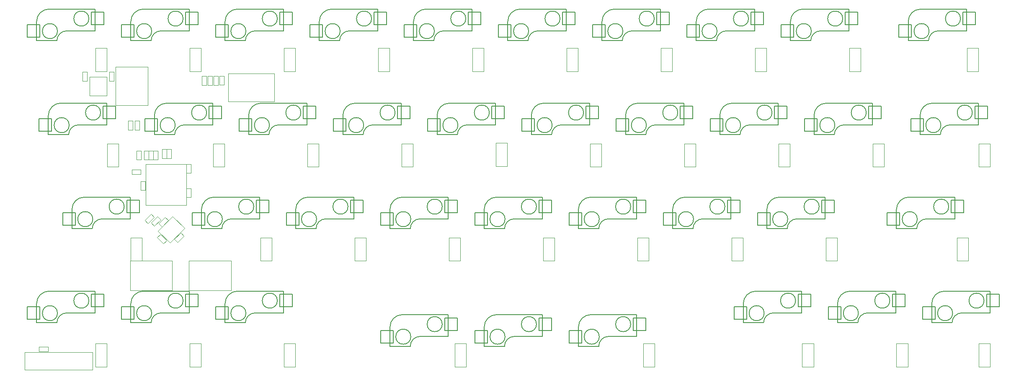
<source format=gbr>
%TF.GenerationSoftware,KiCad,Pcbnew,7.0.6*%
%TF.CreationDate,2023-07-18T22:48:20-04:00*%
%TF.ProjectId,cutiepie2040-standard-stagger,63757469-6570-4696-9532-3034302d7374,rev?*%
%TF.SameCoordinates,PX2d6b3a0PY7aa1830*%
%TF.FileFunction,Other,User*%
%FSLAX46Y46*%
G04 Gerber Fmt 4.6, Leading zero omitted, Abs format (unit mm)*
G04 Created by KiCad (PCBNEW 7.0.6) date 2023-07-18 22:48:20*
%MOMM*%
%LPD*%
G01*
G04 APERTURE LIST*
%ADD10C,0.150000*%
%ADD11C,0.127000*%
%ADD12C,0.050000*%
G04 APERTURE END LIST*
D10*
%TO.C,MX6*%
X31051380Y54927794D02*
G75*
G03*
X31051380Y54927794I-1524000J0D01*
G01*
X37401380Y57467794D02*
G75*
G03*
X37401380Y57467794I-1524000J0D01*
G01*
D11*
X29337380Y59387794D02*
G75*
G03*
X26837380Y56887794I0J-2500000D01*
G01*
X32937380Y54987794D02*
G75*
G03*
X30937380Y52987794I-1J-1999999D01*
G01*
D10*
X24955380Y56197794D02*
X24955380Y53657794D01*
X24955380Y53657794D02*
X27495380Y53657794D01*
D11*
X26837380Y56887794D02*
X26837380Y52987794D01*
X26837380Y52987794D02*
X30937380Y52987794D01*
D10*
X27495380Y56197794D02*
X24955380Y56197794D01*
X27495380Y53657794D02*
X27495380Y56197794D01*
D11*
X32937380Y54987794D02*
X38637380Y54987794D01*
D10*
X37909380Y58737794D02*
X40449380Y58737794D01*
X37909380Y56197794D02*
X37909380Y58737794D01*
D11*
X38637380Y59387794D02*
X29337380Y59387794D01*
X38637380Y59387794D02*
X38637380Y54987794D01*
D10*
X40449380Y58737794D02*
X40449380Y56197794D01*
X40449380Y56197794D02*
X37909380Y56197794D01*
D12*
%TO.C,D21*%
X117235955Y46465862D02*
X114935955Y46465862D01*
X117235955Y46465862D02*
X117235955Y51165862D01*
X114935955Y51165862D02*
X114935955Y46465862D01*
X117235955Y51165862D02*
X114935955Y51165862D01*
%TO.C,D24*%
X131523467Y65813453D02*
X129223467Y65813453D01*
X131523467Y65813453D02*
X131523467Y70513453D01*
X129223467Y70513453D02*
X129223467Y65813453D01*
X131523467Y70513453D02*
X129223467Y70513453D01*
D10*
%TO.C,MX31*%
X169036880Y75247794D02*
X166496880Y75247794D01*
X169036880Y77787794D02*
X169036880Y75247794D01*
D11*
X167224880Y78437794D02*
X167224880Y74037794D01*
X167224880Y78437794D02*
X157924880Y78437794D01*
D10*
X166496880Y75247794D02*
X166496880Y77787794D01*
X166496880Y77787794D02*
X169036880Y77787794D01*
D11*
X161524880Y74037794D02*
X167224880Y74037794D01*
D10*
X156082880Y72707794D02*
X156082880Y75247794D01*
X156082880Y75247794D02*
X153542880Y75247794D01*
D11*
X155424880Y72037794D02*
X159524880Y72037794D01*
X155424880Y75937794D02*
X155424880Y72037794D01*
D10*
X153542880Y72707794D02*
X156082880Y72707794D01*
X153542880Y75247794D02*
X153542880Y72707794D01*
D11*
X161524880Y74037794D02*
G75*
G03*
X159524880Y72037794I-1J-1999999D01*
G01*
X157924880Y78437794D02*
G75*
G03*
X155424880Y75937794I0J-2500000D01*
G01*
D10*
X165988880Y76517794D02*
G75*
G03*
X165988880Y76517794I-1524000J0D01*
G01*
X159638880Y73977794D02*
G75*
G03*
X159638880Y73977794I-1524000J0D01*
G01*
%TO.C,MX33*%
X190468130Y37147584D02*
X187928130Y37147584D01*
X190468130Y39687584D02*
X190468130Y37147584D01*
D11*
X188656130Y40337584D02*
X188656130Y35937584D01*
X188656130Y40337584D02*
X179356130Y40337584D01*
D10*
X187928130Y37147584D02*
X187928130Y39687584D01*
X187928130Y39687584D02*
X190468130Y39687584D01*
D11*
X182956130Y35937584D02*
X188656130Y35937584D01*
D10*
X177514130Y34607584D02*
X174974130Y34607584D01*
X177514130Y37147584D02*
X177514130Y34607584D01*
D11*
X176856130Y33937584D02*
X180956130Y33937584D01*
X176856130Y37837584D02*
X176856130Y33937584D01*
D10*
X174974130Y34607584D02*
X174974130Y37147584D01*
X174974130Y37147584D02*
X177514130Y37147584D01*
D11*
X182956130Y35937584D02*
G75*
G03*
X180956130Y33937584I-1J-1999999D01*
G01*
X179356130Y40337584D02*
G75*
G03*
X176856130Y37837584I0J-2500000D01*
G01*
D10*
X187420130Y38417584D02*
G75*
G03*
X187420130Y38417584I-1524000J0D01*
G01*
X181070130Y35877584D02*
G75*
G03*
X181070130Y35877584I-1524000J0D01*
G01*
D12*
%TO.C,D22*%
X126780802Y27415846D02*
X124480802Y27415846D01*
X126780802Y27415846D02*
X126780802Y32115846D01*
X124480802Y32115846D02*
X124480802Y27415846D01*
X126780802Y32115846D02*
X124480802Y32115846D01*
%TO.C,R_Flash2*%
X39760726Y64872768D02*
X38820726Y64872768D01*
X38820726Y64872768D02*
X38820726Y63012768D01*
X39760726Y63012768D02*
X39760726Y64872768D01*
X38820726Y63012768D02*
X39760726Y63012768D01*
%TO.C,R_RST1*%
X3481172Y9995224D02*
X3481172Y9055224D01*
X3481172Y9055224D02*
X5341172Y9055224D01*
X5341172Y9995224D02*
X3481172Y9995224D01*
X5341172Y9055224D02*
X5341172Y9995224D01*
%TO.C,C_1V-Decoup1*%
X26627038Y47905480D02*
X27547038Y47905480D01*
X27547038Y47905480D02*
X27547038Y49725480D01*
X26627038Y49725480D02*
X26627038Y47905480D01*
X27547038Y49725480D02*
X26627038Y49725480D01*
%TO.C,D13*%
X74373622Y65813453D02*
X72073622Y65813453D01*
X74373622Y65813453D02*
X74373622Y70513453D01*
X72073622Y70513453D02*
X72073622Y65813453D01*
X74373622Y70513453D02*
X72073622Y70513453D01*
%TO.C,C_LD1*%
X17697077Y63875627D02*
X18617077Y63875627D01*
X18617077Y63875627D02*
X18617077Y65695627D01*
X17697077Y65695627D02*
X17697077Y63875627D01*
X18617077Y65695627D02*
X17697077Y65695627D01*
%TO.C,D34*%
X179148507Y5984578D02*
X176848507Y5984578D01*
X179148507Y5984578D02*
X179148507Y10684578D01*
X176848507Y10684578D02*
X176848507Y5984578D01*
X179148507Y10684578D02*
X176848507Y10684578D01*
D10*
%TO.C,MX4*%
X16636880Y18097794D02*
X14096880Y18097794D01*
X16636880Y20637794D02*
X16636880Y18097794D01*
D11*
X14824880Y21287794D02*
X14824880Y16887794D01*
X14824880Y21287794D02*
X5524880Y21287794D01*
D10*
X14096880Y18097794D02*
X14096880Y20637794D01*
X14096880Y20637794D02*
X16636880Y20637794D01*
D11*
X9124880Y16887794D02*
X14824880Y16887794D01*
D10*
X3682880Y15557794D02*
X3682880Y18097794D01*
X3682880Y18097794D02*
X1142880Y18097794D01*
D11*
X3024880Y14887794D02*
X7124880Y14887794D01*
X3024880Y18787794D02*
X3024880Y14887794D01*
D10*
X1142880Y15557794D02*
X3682880Y15557794D01*
X1142880Y18097794D02*
X1142880Y15557794D01*
D11*
X9124880Y16887794D02*
G75*
G03*
X7124880Y14887794I-1J-1999999D01*
G01*
X5524880Y21287794D02*
G75*
G03*
X3024880Y18787794I0J-2500000D01*
G01*
D10*
X13588880Y19367794D02*
G75*
G03*
X13588880Y19367794I-1524000J0D01*
G01*
X7238880Y16827794D02*
G75*
G03*
X7238880Y16827794I-1524000J0D01*
G01*
%TO.C,MX14*%
X78549380Y56197794D02*
X76009380Y56197794D01*
X78549380Y58737794D02*
X78549380Y56197794D01*
D11*
X76737380Y59387794D02*
X76737380Y54987794D01*
X76737380Y59387794D02*
X67437380Y59387794D01*
D10*
X76009380Y56197794D02*
X76009380Y58737794D01*
X76009380Y58737794D02*
X78549380Y58737794D01*
D11*
X71037380Y54987794D02*
X76737380Y54987794D01*
D10*
X65595380Y53657794D02*
X65595380Y56197794D01*
X65595380Y56197794D02*
X63055380Y56197794D01*
D11*
X64937380Y52987794D02*
X69037380Y52987794D01*
X64937380Y56887794D02*
X64937380Y52987794D01*
D10*
X63055380Y53657794D02*
X65595380Y53657794D01*
X63055380Y56197794D02*
X63055380Y53657794D01*
D11*
X71037380Y54987794D02*
G75*
G03*
X69037380Y52987794I-1J-1999999D01*
G01*
X67437380Y59387794D02*
G75*
G03*
X64937380Y56887794I0J-2500000D01*
G01*
D10*
X75501380Y57467794D02*
G75*
G03*
X75501380Y57467794I-1524000J0D01*
G01*
X69151380Y54927794D02*
G75*
G03*
X69151380Y54927794I-1524000J0D01*
G01*
%TO.C,MX10*%
X50101380Y54927794D02*
G75*
G03*
X50101380Y54927794I-1524000J0D01*
G01*
X56451380Y57467794D02*
G75*
G03*
X56451380Y57467794I-1524000J0D01*
G01*
D11*
X48387380Y59387794D02*
G75*
G03*
X45887380Y56887794I0J-2500000D01*
G01*
X51987380Y54987794D02*
G75*
G03*
X49987380Y52987794I-1J-1999999D01*
G01*
D10*
X44005380Y56197794D02*
X44005380Y53657794D01*
X44005380Y53657794D02*
X46545380Y53657794D01*
D11*
X45887380Y56887794D02*
X45887380Y52987794D01*
X45887380Y52987794D02*
X49987380Y52987794D01*
D10*
X46545380Y56197794D02*
X44005380Y56197794D01*
X46545380Y53657794D02*
X46545380Y56197794D01*
D11*
X51987380Y54987794D02*
X57687380Y54987794D01*
D10*
X56959380Y58737794D02*
X59499380Y58737794D01*
X56959380Y56197794D02*
X56959380Y58737794D01*
D11*
X57687380Y59387794D02*
X48387380Y59387794D01*
X57687380Y59387794D02*
X57687380Y54987794D01*
D10*
X59499380Y58737794D02*
X59499380Y56197794D01*
X59499380Y56197794D02*
X56959380Y56197794D01*
D12*
%TO.C,D23*%
X127951589Y5984578D02*
X125651589Y5984578D01*
X127951589Y5984578D02*
X127951589Y10684578D01*
X125651589Y10684578D02*
X125651589Y5984578D01*
X127951589Y10684578D02*
X125651589Y10684578D01*
%TO.C,C_3V-Decoup8*%
X26159680Y35144896D02*
X26810218Y34494358D01*
X26810218Y34494358D02*
X28097152Y35781292D01*
X27446614Y36431830D02*
X26159680Y35144896D01*
X28097152Y35781292D02*
X27446614Y36431830D01*
%TO.C,C_1V-Decoup2*%
X29305960Y48203138D02*
X30225960Y48203138D01*
X30225960Y48203138D02*
X30225960Y50023138D01*
X29305960Y50023138D02*
X29305960Y48203138D01*
X30225960Y50023138D02*
X29305960Y50023138D01*
D10*
%TO.C,MX13*%
X73786880Y75247794D02*
X71246880Y75247794D01*
X73786880Y77787794D02*
X73786880Y75247794D01*
D11*
X71974880Y78437794D02*
X71974880Y74037794D01*
X71974880Y78437794D02*
X62674880Y78437794D01*
D10*
X71246880Y75247794D02*
X71246880Y77787794D01*
X71246880Y77787794D02*
X73786880Y77787794D01*
D11*
X66274880Y74037794D02*
X71974880Y74037794D01*
D10*
X60832880Y72707794D02*
X60832880Y75247794D01*
X60832880Y75247794D02*
X58292880Y75247794D01*
D11*
X60174880Y72037794D02*
X64274880Y72037794D01*
X60174880Y75937794D02*
X60174880Y72037794D01*
D10*
X58292880Y72707794D02*
X60832880Y72707794D01*
X58292880Y75247794D02*
X58292880Y72707794D01*
D11*
X66274880Y74037794D02*
G75*
G03*
X64274880Y72037794I-1J-1999999D01*
G01*
X62674880Y78437794D02*
G75*
G03*
X60174880Y75937794I0J-2500000D01*
G01*
D10*
X70738880Y76517794D02*
G75*
G03*
X70738880Y76517794I-1524000J0D01*
G01*
X64388880Y73977794D02*
G75*
G03*
X64388880Y73977794I-1524000J0D01*
G01*
D12*
%TO.C,D17*%
X98185939Y46601801D02*
X95885939Y46601801D01*
X98185939Y46601801D02*
X98185939Y51301801D01*
X95885939Y51301801D02*
X95885939Y46601801D01*
X98185939Y51301801D02*
X95885939Y51301801D01*
%TO.C,D30*%
X160098491Y5984578D02*
X157798491Y5984578D01*
X160098491Y5984578D02*
X160098491Y10684578D01*
X157798491Y10684578D02*
X157798491Y5984578D01*
X160098491Y10684578D02*
X157798491Y10684578D01*
%TO.C,D9*%
X55323574Y65813453D02*
X53023574Y65813453D01*
X55323574Y65813453D02*
X55323574Y70513453D01*
X53023574Y70513453D02*
X53023574Y65813453D01*
X55323574Y70513453D02*
X53023574Y70513453D01*
D10*
%TO.C,MX24*%
X130936880Y75247794D02*
X128396880Y75247794D01*
X130936880Y77787794D02*
X130936880Y75247794D01*
D11*
X129124880Y78437794D02*
X129124880Y74037794D01*
X129124880Y78437794D02*
X119824880Y78437794D01*
D10*
X128396880Y75247794D02*
X128396880Y77787794D01*
X128396880Y77787794D02*
X130936880Y77787794D01*
D11*
X123424880Y74037794D02*
X129124880Y74037794D01*
D10*
X117982880Y72707794D02*
X117982880Y75247794D01*
X117982880Y75247794D02*
X115442880Y75247794D01*
D11*
X117324880Y72037794D02*
X121424880Y72037794D01*
X117324880Y75937794D02*
X117324880Y72037794D01*
D10*
X115442880Y72707794D02*
X117982880Y72707794D01*
X115442880Y75247794D02*
X115442880Y72707794D01*
D11*
X123424880Y74037794D02*
G75*
G03*
X121424880Y72037794I-1J-1999999D01*
G01*
X119824880Y78437794D02*
G75*
G03*
X117324880Y75937794I0J-2500000D01*
G01*
D10*
X127888880Y76517794D02*
G75*
G03*
X127888880Y76517794I-1524000J0D01*
G01*
X121538880Y73977794D02*
G75*
G03*
X121538880Y73977794I-1524000J0D01*
G01*
D12*
%TO.C,D25*%
X136285971Y46465862D02*
X133985971Y46465862D01*
X136285971Y46465862D02*
X136285971Y51165862D01*
X133985971Y51165862D02*
X133985971Y46465862D01*
X136285971Y51165862D02*
X133985971Y51165862D01*
%TO.C,R_DATA2*%
X22496501Y55847469D02*
X21556501Y55847469D01*
X21556501Y55847469D02*
X21556501Y53987469D01*
X22496501Y53987469D02*
X22496501Y55847469D01*
X21556501Y53987469D02*
X22496501Y53987469D01*
D10*
%TO.C,MX22*%
X126174380Y37147744D02*
X123634380Y37147744D01*
X126174380Y39687744D02*
X126174380Y37147744D01*
D11*
X124362380Y40337744D02*
X124362380Y35937744D01*
X124362380Y40337744D02*
X115062380Y40337744D01*
D10*
X123634380Y37147744D02*
X123634380Y39687744D01*
X123634380Y39687744D02*
X126174380Y39687744D01*
D11*
X118662380Y35937744D02*
X124362380Y35937744D01*
D10*
X113220380Y34607744D02*
X113220380Y37147744D01*
X113220380Y37147744D02*
X110680380Y37147744D01*
D11*
X112562380Y33937744D02*
X116662380Y33937744D01*
X112562380Y37837744D02*
X112562380Y33937744D01*
D10*
X110680380Y34607744D02*
X113220380Y34607744D01*
X110680380Y37147744D02*
X110680380Y34607744D01*
D11*
X118662380Y35937744D02*
G75*
G03*
X116662380Y33937744I-1J-1999999D01*
G01*
X115062380Y40337744D02*
G75*
G03*
X112562380Y37837744I0J-2500000D01*
G01*
D10*
X123126380Y38417744D02*
G75*
G03*
X123126380Y38417744I-1524000J0D01*
G01*
X116776380Y35877744D02*
G75*
G03*
X116776380Y35877744I-1524000J0D01*
G01*
D12*
%TO.C,D31*%
X169623499Y65813453D02*
X167323499Y65813453D01*
X169623499Y65813453D02*
X169623499Y70513453D01*
X167323499Y70513453D02*
X167323499Y65813453D01*
X169623499Y70513453D02*
X167323499Y70513453D01*
D10*
%TO.C,MX16*%
X92836880Y75247794D02*
X90296880Y75247794D01*
X92836880Y77787794D02*
X92836880Y75247794D01*
D11*
X91024880Y78437794D02*
X91024880Y74037794D01*
X91024880Y78437794D02*
X81724880Y78437794D01*
D10*
X90296880Y75247794D02*
X90296880Y77787794D01*
X90296880Y77787794D02*
X92836880Y77787794D01*
D11*
X85324880Y74037794D02*
X91024880Y74037794D01*
D10*
X79882880Y72707794D02*
X79882880Y75247794D01*
X79882880Y75247794D02*
X77342880Y75247794D01*
D11*
X79224880Y72037794D02*
X83324880Y72037794D01*
X79224880Y75937794D02*
X79224880Y72037794D01*
D10*
X77342880Y72707794D02*
X79882880Y72707794D01*
X77342880Y75247794D02*
X77342880Y72707794D01*
D11*
X85324880Y74037794D02*
G75*
G03*
X83324880Y72037794I-1J-1999999D01*
G01*
X81724880Y78437794D02*
G75*
G03*
X79224880Y75937794I0J-2500000D01*
G01*
D10*
X89788880Y76517794D02*
G75*
G03*
X89788880Y76517794I-1524000J0D01*
G01*
X83438880Y73977794D02*
G75*
G03*
X83438880Y73977794I-1524000J0D01*
G01*
D12*
%TO.C,J2*%
X14331172Y8943972D02*
X14331172Y5343972D01*
X581172Y8943972D02*
X14331172Y8943972D01*
X14331172Y5343972D02*
X581172Y5343972D01*
X581172Y5343972D02*
X581172Y8943972D01*
D10*
%TO.C,MX18*%
X107124380Y37147794D02*
X104584380Y37147794D01*
X107124380Y39687794D02*
X107124380Y37147794D01*
D11*
X105312380Y40337794D02*
X105312380Y35937794D01*
X105312380Y40337794D02*
X96012380Y40337794D01*
D10*
X104584380Y37147794D02*
X104584380Y39687794D01*
X104584380Y39687794D02*
X107124380Y39687794D01*
D11*
X99612380Y35937794D02*
X105312380Y35937794D01*
D10*
X94170380Y34607794D02*
X94170380Y37147794D01*
X94170380Y37147794D02*
X91630380Y37147794D01*
D11*
X93512380Y33937794D02*
X97612380Y33937794D01*
X93512380Y37837794D02*
X93512380Y33937794D01*
D10*
X91630380Y34607794D02*
X94170380Y34607794D01*
X91630380Y37147794D02*
X91630380Y34607794D01*
D11*
X99612380Y35937794D02*
G75*
G03*
X97612380Y33937794I-1J-1999999D01*
G01*
X96012380Y40337794D02*
G75*
G03*
X93512380Y37837794I0J-2500000D01*
G01*
D10*
X104076380Y38417794D02*
G75*
G03*
X104076380Y38417794I-1524000J0D01*
G01*
X97726380Y35877794D02*
G75*
G03*
X97726380Y35877794I-1524000J0D01*
G01*
D12*
%TO.C,D35*%
X193436019Y65813453D02*
X191136019Y65813453D01*
X193436019Y65813453D02*
X193436019Y70513453D01*
X191136019Y70513453D02*
X191136019Y65813453D01*
X193436019Y70513453D02*
X191136019Y70513453D01*
%TO.C,D16*%
X93423670Y65813453D02*
X91123670Y65813453D01*
X93423670Y65813453D02*
X93423670Y70513453D01*
X91123670Y70513453D02*
X91123670Y65813453D01*
X93423670Y70513453D02*
X91123670Y70513453D01*
%TO.C,SW2*%
X21943816Y27407874D02*
X21943816Y21407874D01*
X21943816Y21407874D02*
X30443816Y21407874D01*
X30443816Y27407874D02*
X21943816Y27407874D01*
X30443816Y21407874D02*
X30443816Y27407874D01*
%TO.C,D19*%
X89851557Y5984578D02*
X87551557Y5984578D01*
X89851557Y5984578D02*
X89851557Y10684578D01*
X87551557Y10684578D02*
X87551557Y5984578D01*
X89851557Y10684578D02*
X87551557Y10684578D01*
D10*
%TO.C,MX15*%
X88074380Y37147744D02*
X85534380Y37147744D01*
X88074380Y39687744D02*
X88074380Y37147744D01*
D11*
X86262380Y40337744D02*
X86262380Y35937744D01*
X86262380Y40337744D02*
X76962380Y40337744D01*
D10*
X85534380Y37147744D02*
X85534380Y39687744D01*
X85534380Y39687744D02*
X88074380Y39687744D01*
D11*
X80562380Y35937744D02*
X86262380Y35937744D01*
D10*
X75120380Y34607744D02*
X75120380Y37147744D01*
X75120380Y37147744D02*
X72580380Y37147744D01*
D11*
X74462380Y33937744D02*
X78562380Y33937744D01*
X74462380Y37837744D02*
X74462380Y33937744D01*
D10*
X72580380Y34607744D02*
X75120380Y34607744D01*
X72580380Y37147744D02*
X72580380Y34607744D01*
D11*
X80562380Y35937744D02*
G75*
G03*
X78562380Y33937744I-1J-1999999D01*
G01*
X76962380Y40337744D02*
G75*
G03*
X74462380Y37837744I0J-2500000D01*
G01*
D10*
X85026380Y38417744D02*
G75*
G03*
X85026380Y38417744I-1524000J0D01*
G01*
X78676380Y35877744D02*
G75*
G03*
X78676380Y35877744I-1524000J0D01*
G01*
D12*
%TO.C,D27*%
X150573483Y65813453D02*
X148273483Y65813453D01*
X150573483Y65813453D02*
X150573483Y70513453D01*
X148273483Y70513453D02*
X148273483Y65813453D01*
X150573483Y70513453D02*
X148273483Y70513453D01*
D10*
%TO.C,MX32*%
X173799380Y56197794D02*
X171259380Y56197794D01*
X173799380Y58737794D02*
X173799380Y56197794D01*
D11*
X171987380Y59387794D02*
X171987380Y54987794D01*
X171987380Y59387794D02*
X162687380Y59387794D01*
D10*
X171259380Y56197794D02*
X171259380Y58737794D01*
X171259380Y58737794D02*
X173799380Y58737794D01*
D11*
X166287380Y54987794D02*
X171987380Y54987794D01*
D10*
X160845380Y53657794D02*
X160845380Y56197794D01*
X160845380Y56197794D02*
X158305380Y56197794D01*
D11*
X160187380Y52987794D02*
X164287380Y52987794D01*
X160187380Y56887794D02*
X160187380Y52987794D01*
D10*
X158305380Y53657794D02*
X160845380Y53657794D01*
X158305380Y56197794D02*
X158305380Y53657794D01*
D11*
X166287380Y54987794D02*
G75*
G03*
X164287380Y52987794I-1J-1999999D01*
G01*
X162687380Y59387794D02*
G75*
G03*
X160187380Y56887794I0J-2500000D01*
G01*
D10*
X170751380Y57467794D02*
G75*
G03*
X170751380Y57467794I-1524000J0D01*
G01*
X164401380Y54927794D02*
G75*
G03*
X164401380Y54927794I-1524000J0D01*
G01*
D12*
%TO.C,C_1V-Decoup3*%
X26823017Y36293096D02*
X26172479Y36943634D01*
X26172479Y36943634D02*
X24885545Y35656700D01*
X25536083Y35006162D02*
X26823017Y36293096D01*
X24885545Y35656700D02*
X25536083Y35006162D01*
%TO.C,D2*%
X19604623Y46465862D02*
X17304623Y46465862D01*
X19604623Y46465862D02*
X19604623Y51165862D01*
X17304623Y51165862D02*
X17304623Y46465862D01*
X19604623Y51165862D02*
X17304623Y51165862D01*
%TO.C,Y1*%
X27560030Y33466376D02*
X30529879Y36436225D01*
X29964193Y31062213D02*
X27560030Y33466376D01*
X30529879Y36436225D02*
X32934042Y34032062D01*
X32934042Y34032062D02*
X29964193Y31062213D01*
%TO.C,D18*%
X107730786Y27415846D02*
X105430786Y27415846D01*
X107730786Y27415846D02*
X107730786Y32115846D01*
X105430786Y32115846D02*
X105430786Y27415846D01*
X107730786Y32115846D02*
X105430786Y32115846D01*
%TO.C,D33*%
X191352823Y27415700D02*
X189052823Y27415700D01*
X191352823Y27415700D02*
X191352823Y32115700D01*
X189052823Y32115700D02*
X189052823Y27415700D01*
X191352823Y32115700D02*
X189052823Y32115700D01*
D10*
%TO.C,MX1*%
X16636880Y75247794D02*
X14096880Y75247794D01*
X16636880Y77787794D02*
X16636880Y75247794D01*
D11*
X14824880Y78437794D02*
X14824880Y74037794D01*
X14824880Y78437794D02*
X5524880Y78437794D01*
D10*
X14096880Y75247794D02*
X14096880Y77787794D01*
X14096880Y77787794D02*
X16636880Y77787794D01*
D11*
X9124880Y74037794D02*
X14824880Y74037794D01*
D10*
X3682880Y72707794D02*
X3682880Y75247794D01*
X3682880Y75247794D02*
X1142880Y75247794D01*
D11*
X3024880Y72037794D02*
X7124880Y72037794D01*
X3024880Y75937794D02*
X3024880Y72037794D01*
D10*
X1142880Y72707794D02*
X3682880Y72707794D01*
X1142880Y75247794D02*
X1142880Y72707794D01*
D11*
X9124880Y74037794D02*
G75*
G03*
X7124880Y72037794I-1J-1999999D01*
G01*
X5524880Y78437794D02*
G75*
G03*
X3024880Y75937794I0J-2500000D01*
G01*
D10*
X13588880Y76517794D02*
G75*
G03*
X13588880Y76517794I-1524000J0D01*
G01*
X7238880Y73977794D02*
G75*
G03*
X7238880Y73977794I-1524000J0D01*
G01*
D12*
%TO.C,D37*%
X195817271Y5984578D02*
X193517271Y5984578D01*
X195817271Y5984578D02*
X195817271Y10684578D01*
X193517271Y10684578D02*
X193517271Y5984578D01*
X195817271Y10684578D02*
X193517271Y10684578D01*
%TO.C,C_3V-Decoup6*%
X33324343Y45226558D02*
X34244343Y45226558D01*
X34244343Y45226558D02*
X34244343Y47046558D01*
X33324343Y47046558D02*
X33324343Y45226558D01*
X34244343Y47046558D02*
X33324343Y47046558D01*
%TO.C,SW1*%
X33850096Y27407874D02*
X33850096Y21407874D01*
X33850096Y21407874D02*
X42350096Y21407874D01*
X42350096Y27407874D02*
X33850096Y27407874D01*
X42350096Y21407874D02*
X42350096Y27407874D01*
D10*
%TO.C,MX17*%
X97599380Y56197794D02*
X95059380Y56197794D01*
X97599380Y58737794D02*
X97599380Y56197794D01*
D11*
X95787380Y59387794D02*
X95787380Y54987794D01*
X95787380Y59387794D02*
X86487380Y59387794D01*
D10*
X95059380Y56197794D02*
X95059380Y58737794D01*
X95059380Y58737794D02*
X97599380Y58737794D01*
D11*
X90087380Y54987794D02*
X95787380Y54987794D01*
D10*
X84645380Y53657794D02*
X84645380Y56197794D01*
X84645380Y56197794D02*
X82105380Y56197794D01*
D11*
X83987380Y52987794D02*
X88087380Y52987794D01*
X83987380Y56887794D02*
X83987380Y52987794D01*
D10*
X82105380Y53657794D02*
X84645380Y53657794D01*
X82105380Y56197794D02*
X82105380Y53657794D01*
D11*
X90087380Y54987794D02*
G75*
G03*
X88087380Y52987794I-1J-1999999D01*
G01*
X86487380Y59387794D02*
G75*
G03*
X83987380Y56887794I0J-2500000D01*
G01*
D10*
X94551380Y57467794D02*
G75*
G03*
X94551380Y57467794I-1524000J0D01*
G01*
X88201380Y54927794D02*
G75*
G03*
X88201380Y54927794I-1524000J0D01*
G01*
D12*
%TO.C,D10*%
X60085907Y46465862D02*
X57785907Y46465862D01*
X60085907Y46465862D02*
X60085907Y51165862D01*
X57785907Y51165862D02*
X57785907Y46465862D01*
X60085907Y51165862D02*
X57785907Y51165862D01*
D10*
%TO.C,MX7*%
X49974380Y37147794D02*
X47434380Y37147794D01*
X49974380Y39687794D02*
X49974380Y37147794D01*
D11*
X48162380Y40337794D02*
X48162380Y35937794D01*
X48162380Y40337794D02*
X38862380Y40337794D01*
D10*
X47434380Y37147794D02*
X47434380Y39687794D01*
X47434380Y39687794D02*
X49974380Y39687794D01*
D11*
X42462380Y35937794D02*
X48162380Y35937794D01*
D10*
X37020380Y34607794D02*
X37020380Y37147794D01*
X37020380Y37147794D02*
X34480380Y37147794D01*
D11*
X36362380Y33937794D02*
X40462380Y33937794D01*
X36362380Y37837794D02*
X36362380Y33937794D01*
D10*
X34480380Y34607794D02*
X37020380Y34607794D01*
X34480380Y37147794D02*
X34480380Y34607794D01*
D11*
X42462380Y35937794D02*
G75*
G03*
X40462380Y33937794I-1J-1999999D01*
G01*
X38862380Y40337794D02*
G75*
G03*
X36362380Y37837794I0J-2500000D01*
G01*
D10*
X46926380Y38417794D02*
G75*
G03*
X46926380Y38417794I-1524000J0D01*
G01*
X40576380Y35877794D02*
G75*
G03*
X40576380Y35877794I-1524000J0D01*
G01*
D12*
%TO.C,D4*%
X17223371Y5984578D02*
X14923371Y5984578D01*
X17223371Y5984578D02*
X17223371Y10684578D01*
X14923371Y10684578D02*
X14923371Y5984578D01*
X17223371Y10684578D02*
X14923371Y10684578D01*
D10*
%TO.C,MX35*%
X192849380Y75247794D02*
X190309380Y75247794D01*
X192849380Y77787794D02*
X192849380Y75247794D01*
D11*
X191037380Y78437794D02*
X191037380Y74037794D01*
X191037380Y78437794D02*
X181737380Y78437794D01*
D10*
X190309380Y75247794D02*
X190309380Y77787794D01*
X190309380Y77787794D02*
X192849380Y77787794D01*
D11*
X185337380Y74037794D02*
X191037380Y74037794D01*
D10*
X179895380Y72707794D02*
X177355380Y72707794D01*
X179895380Y75247794D02*
X179895380Y72707794D01*
D11*
X179237380Y72037794D02*
X183337380Y72037794D01*
X179237380Y75937794D02*
X179237380Y72037794D01*
D10*
X177355380Y72707794D02*
X177355380Y75247794D01*
X177355380Y75247794D02*
X179895380Y75247794D01*
D11*
X185337380Y74037794D02*
G75*
G03*
X183337380Y72037794I-1J-1999999D01*
G01*
X181737380Y78437794D02*
G75*
G03*
X179237380Y75937794I0J-2500000D01*
G01*
D10*
X189801380Y76517794D02*
G75*
G03*
X189801380Y76517794I-1524000J0D01*
G01*
X183451380Y73977794D02*
G75*
G03*
X183451380Y73977794I-1524000J0D01*
G01*
D12*
%TO.C,R_Crystal1*%
X27702220Y34978817D02*
X28366900Y34314137D01*
X28366900Y34314137D02*
X29682118Y35629355D01*
X29017438Y36294035D02*
X27702220Y34978817D01*
X29682118Y35629355D02*
X29017438Y36294035D01*
%TO.C,C_3V-Decoup5*%
X24093971Y45002608D02*
X24093971Y45922608D01*
X24093971Y45922608D02*
X22273971Y45922608D01*
X22273971Y45002608D02*
X24093971Y45002608D01*
X22273971Y45922608D02*
X22273971Y45002608D01*
D10*
%TO.C,MX26*%
X145224380Y37147794D02*
X142684380Y37147794D01*
X145224380Y39687794D02*
X145224380Y37147794D01*
D11*
X143412380Y40337794D02*
X143412380Y35937794D01*
X143412380Y40337794D02*
X134112380Y40337794D01*
D10*
X142684380Y37147794D02*
X142684380Y39687794D01*
X142684380Y39687794D02*
X145224380Y39687794D01*
D11*
X137712380Y35937794D02*
X143412380Y35937794D01*
D10*
X132270380Y34607794D02*
X132270380Y37147794D01*
X132270380Y37147794D02*
X129730380Y37147794D01*
D11*
X131612380Y33937794D02*
X135712380Y33937794D01*
X131612380Y37837794D02*
X131612380Y33937794D01*
D10*
X129730380Y34607794D02*
X132270380Y34607794D01*
X129730380Y37147794D02*
X129730380Y34607794D01*
D11*
X137712380Y35937794D02*
G75*
G03*
X135712380Y33937794I-1J-1999999D01*
G01*
X134112380Y40337794D02*
G75*
G03*
X131612380Y37837794I0J-2500000D01*
G01*
D10*
X142176380Y38417794D02*
G75*
G03*
X142176380Y38417794I-1524000J0D01*
G01*
X135826380Y35877794D02*
G75*
G03*
X135826380Y35877794I-1524000J0D01*
G01*
%TO.C,MX12*%
X54736880Y18097794D02*
X52196880Y18097794D01*
X54736880Y20637794D02*
X54736880Y18097794D01*
D11*
X52924880Y21287794D02*
X52924880Y16887794D01*
X52924880Y21287794D02*
X43624880Y21287794D01*
D10*
X52196880Y18097794D02*
X52196880Y20637794D01*
X52196880Y20637794D02*
X54736880Y20637794D01*
D11*
X47224880Y16887794D02*
X52924880Y16887794D01*
D10*
X41782880Y15557794D02*
X41782880Y18097794D01*
X41782880Y18097794D02*
X39242880Y18097794D01*
D11*
X41124880Y14887794D02*
X45224880Y14887794D01*
X41124880Y18787794D02*
X41124880Y14887794D01*
D10*
X39242880Y15557794D02*
X41782880Y15557794D01*
X39242880Y18097794D02*
X39242880Y15557794D01*
D11*
X47224880Y16887794D02*
G75*
G03*
X45224880Y14887794I-1J-1999999D01*
G01*
X43624880Y21287794D02*
G75*
G03*
X41124880Y18787794I0J-2500000D01*
G01*
D10*
X51688880Y19367794D02*
G75*
G03*
X51688880Y19367794I-1524000J0D01*
G01*
X45338880Y16827794D02*
G75*
G03*
X45338880Y16827794I-1524000J0D01*
G01*
D12*
%TO.C,C_Flash1*%
X40941352Y64882768D02*
X40021352Y64882768D01*
X40021352Y64882768D02*
X40021352Y63062768D01*
X40941352Y63062768D02*
X40941352Y64882768D01*
X40021352Y63062768D02*
X40941352Y63062768D01*
D10*
%TO.C,MX36*%
X195230630Y56197794D02*
X192690630Y56197794D01*
X195230630Y58737794D02*
X195230630Y56197794D01*
D11*
X193418630Y59387794D02*
X193418630Y54987794D01*
X193418630Y59387794D02*
X184118630Y59387794D01*
D10*
X192690630Y56197794D02*
X192690630Y58737794D01*
X192690630Y58737794D02*
X195230630Y58737794D01*
D11*
X187718630Y54987794D02*
X193418630Y54987794D01*
D10*
X182276630Y53657794D02*
X179736630Y53657794D01*
X182276630Y56197794D02*
X182276630Y53657794D01*
D11*
X181618630Y52987794D02*
X185718630Y52987794D01*
X181618630Y56887794D02*
X181618630Y52987794D01*
D10*
X179736630Y53657794D02*
X179736630Y56197794D01*
X179736630Y56197794D02*
X182276630Y56197794D01*
D11*
X187718630Y54987794D02*
G75*
G03*
X185718630Y52987794I-1J-1999999D01*
G01*
X184118630Y59387794D02*
G75*
G03*
X181618630Y56887794I0J-2500000D01*
G01*
D10*
X192182630Y57467794D02*
G75*
G03*
X192182630Y57467794I-1524000J0D01*
G01*
X185832630Y54927794D02*
G75*
G03*
X185832630Y54927794I-1524000J0D01*
G01*
D12*
%TO.C,C_3V-Decoup7*%
X26604064Y49725480D02*
X25684064Y49725480D01*
X25684064Y49725480D02*
X25684064Y47905480D01*
X26604064Y47905480D02*
X26604064Y49725480D01*
X25684064Y47905480D02*
X26604064Y47905480D01*
%TO.C,C_3V-Decoup1*%
X23203971Y47905480D02*
X24123971Y47905480D01*
X24123971Y47905480D02*
X24123971Y49725480D01*
X23203971Y49725480D02*
X23203971Y47905480D01*
X24123971Y49725480D02*
X23203971Y49725480D01*
%TO.C,D6*%
X41035891Y46465862D02*
X38735891Y46465862D01*
X41035891Y46465862D02*
X41035891Y51165862D01*
X38735891Y51165862D02*
X38735891Y46465862D01*
X41035891Y51165862D02*
X38735891Y51165862D01*
%TO.C,D32*%
X174386003Y46465862D02*
X172086003Y46465862D01*
X174386003Y46465862D02*
X174386003Y51165862D01*
X172086003Y51165862D02*
X172086003Y46465862D01*
X174386003Y51165862D02*
X172086003Y51165862D01*
%TO.C,C_3V-Decoup4*%
X24096945Y41752608D02*
X25016945Y41752608D01*
X25016945Y41752608D02*
X25016945Y43572608D01*
X24096945Y43572608D02*
X24096945Y41752608D01*
X25016945Y43572608D02*
X24096945Y43572608D01*
%TO.C,J1*%
X25529880Y66705627D02*
X25529880Y58905627D01*
X18969880Y66705627D02*
X25529880Y66705627D01*
X25529880Y58905627D02*
X18969880Y58905627D01*
X18969880Y58905627D02*
X18969880Y66705627D01*
%TO.C,C_Crystal1*%
X30880563Y31828758D02*
X31531101Y31178220D01*
X31531101Y31178220D02*
X32818035Y32465154D01*
X32167497Y33115692D02*
X30880563Y31828758D01*
X32818035Y32465154D02*
X32167497Y33115692D01*
D10*
%TO.C,MX30*%
X159511880Y18097794D02*
X156971880Y18097794D01*
X159511880Y20637794D02*
X159511880Y18097794D01*
D11*
X157699880Y21287794D02*
X157699880Y16887794D01*
X157699880Y21287794D02*
X148399880Y21287794D01*
D10*
X156971880Y18097794D02*
X156971880Y20637794D01*
X156971880Y20637794D02*
X159511880Y20637794D01*
D11*
X151999880Y16887794D02*
X157699880Y16887794D01*
D10*
X146557880Y15557794D02*
X146557880Y18097794D01*
X146557880Y18097794D02*
X144017880Y18097794D01*
D11*
X145899880Y14887794D02*
X149999880Y14887794D01*
X145899880Y18787794D02*
X145899880Y14887794D01*
D10*
X144017880Y15557794D02*
X146557880Y15557794D01*
X144017880Y18097794D02*
X144017880Y15557794D01*
D11*
X151999880Y16887794D02*
G75*
G03*
X149999880Y14887794I-1J-1999999D01*
G01*
X148399880Y21287794D02*
G75*
G03*
X145899880Y18787794I0J-2500000D01*
G01*
D10*
X156463880Y19367794D02*
G75*
G03*
X156463880Y19367794I-1524000J0D01*
G01*
X150113880Y16827794D02*
G75*
G03*
X150113880Y16827794I-1524000J0D01*
G01*
%TO.C,MX9*%
X54736880Y75247794D02*
X52196880Y75247794D01*
X54736880Y77787794D02*
X54736880Y75247794D01*
D11*
X52924880Y78437794D02*
X52924880Y74037794D01*
X52924880Y78437794D02*
X43624880Y78437794D01*
D10*
X52196880Y75247794D02*
X52196880Y77787794D01*
X52196880Y77787794D02*
X54736880Y77787794D01*
D11*
X47224880Y74037794D02*
X52924880Y74037794D01*
D10*
X41782880Y72707794D02*
X41782880Y75247794D01*
X41782880Y75247794D02*
X39242880Y75247794D01*
D11*
X41124880Y72037794D02*
X45224880Y72037794D01*
X41124880Y75937794D02*
X41124880Y72037794D01*
D10*
X39242880Y72707794D02*
X41782880Y72707794D01*
X39242880Y75247794D02*
X39242880Y72707794D01*
D11*
X47224880Y74037794D02*
G75*
G03*
X45224880Y72037794I-1J-1999999D01*
G01*
X43624880Y78437794D02*
G75*
G03*
X41124880Y75937794I0J-2500000D01*
G01*
D10*
X51688880Y76517794D02*
G75*
G03*
X51688880Y76517794I-1524000J0D01*
G01*
X45338880Y73977794D02*
G75*
G03*
X45338880Y73977794I-1524000J0D01*
G01*
%TO.C,MX27*%
X149986880Y75247794D02*
X147446880Y75247794D01*
X149986880Y77787794D02*
X149986880Y75247794D01*
D11*
X148174880Y78437794D02*
X148174880Y74037794D01*
X148174880Y78437794D02*
X138874880Y78437794D01*
D10*
X147446880Y75247794D02*
X147446880Y77787794D01*
X147446880Y77787794D02*
X149986880Y77787794D01*
D11*
X142474880Y74037794D02*
X148174880Y74037794D01*
D10*
X137032880Y72707794D02*
X137032880Y75247794D01*
X137032880Y75247794D02*
X134492880Y75247794D01*
D11*
X136374880Y72037794D02*
X140474880Y72037794D01*
X136374880Y75937794D02*
X136374880Y72037794D01*
D10*
X134492880Y72707794D02*
X137032880Y72707794D01*
X134492880Y75247794D02*
X134492880Y72707794D01*
D11*
X142474880Y74037794D02*
G75*
G03*
X140474880Y72037794I-1J-1999999D01*
G01*
X138874880Y78437794D02*
G75*
G03*
X136374880Y75937794I0J-2500000D01*
G01*
D10*
X146938880Y76517794D02*
G75*
G03*
X146938880Y76517794I-1524000J0D01*
G01*
X140588880Y73977794D02*
G75*
G03*
X140588880Y73977794I-1524000J0D01*
G01*
D12*
%TO.C,D36*%
X195817271Y46465862D02*
X193517271Y46465862D01*
X195817271Y46465862D02*
X195817271Y51165862D01*
X193517271Y51165862D02*
X193517271Y46465862D01*
X195817271Y51165862D02*
X193517271Y51165862D01*
%TO.C,D26*%
X145830818Y27415846D02*
X143530818Y27415846D01*
X145830818Y27415846D02*
X145830818Y32115846D01*
X143530818Y32115846D02*
X143530818Y27415846D01*
X145830818Y32115846D02*
X143530818Y32115846D01*
D10*
%TO.C,MX11*%
X69024380Y37147744D02*
X66484380Y37147744D01*
X69024380Y39687744D02*
X69024380Y37147744D01*
D11*
X67212380Y40337744D02*
X67212380Y35937744D01*
X67212380Y40337744D02*
X57912380Y40337744D01*
D10*
X66484380Y37147744D02*
X66484380Y39687744D01*
X66484380Y39687744D02*
X69024380Y39687744D01*
D11*
X61512380Y35937744D02*
X67212380Y35937744D01*
D10*
X56070380Y34607744D02*
X56070380Y37147744D01*
X56070380Y37147744D02*
X53530380Y37147744D01*
D11*
X55412380Y33937744D02*
X59512380Y33937744D01*
X55412380Y37837744D02*
X55412380Y33937744D01*
D10*
X53530380Y34607744D02*
X56070380Y34607744D01*
X53530380Y37147744D02*
X53530380Y34607744D01*
D11*
X61512380Y35937744D02*
G75*
G03*
X59512380Y33937744I-1J-1999999D01*
G01*
X57912380Y40337744D02*
G75*
G03*
X55412380Y37837744I0J-2500000D01*
G01*
D10*
X65976380Y38417744D02*
G75*
G03*
X65976380Y38417744I-1524000J0D01*
G01*
X59626380Y35877744D02*
G75*
G03*
X59626380Y35877744I-1524000J0D01*
G01*
D12*
%TO.C,R_DATA1*%
X23836313Y55847469D02*
X22896313Y55847469D01*
X22896313Y55847469D02*
X22896313Y53987469D01*
X23836313Y53987469D02*
X23836313Y55847469D01*
X22896313Y53987469D02*
X23836313Y53987469D01*
D10*
%TO.C,MX38*%
X107124380Y13335024D02*
X104584380Y13335024D01*
X107124380Y15875024D02*
X107124380Y13335024D01*
D11*
X105312380Y16525024D02*
X105312380Y12125024D01*
X105312380Y16525024D02*
X96012380Y16525024D01*
D10*
X104584380Y13335024D02*
X104584380Y15875024D01*
X104584380Y15875024D02*
X107124380Y15875024D01*
D11*
X99612380Y12125024D02*
X105312380Y12125024D01*
D10*
X94170380Y10795024D02*
X91630380Y10795024D01*
X94170380Y13335024D02*
X94170380Y10795024D01*
D11*
X93512380Y10125024D02*
X97612380Y10125024D01*
X93512380Y14025024D02*
X93512380Y10125024D01*
D10*
X91630380Y10795024D02*
X91630380Y13335024D01*
X91630380Y13335024D02*
X94170380Y13335024D01*
D11*
X99612380Y12125024D02*
G75*
G03*
X97612380Y10125024I-1J-1999999D01*
G01*
X96012380Y16525024D02*
G75*
G03*
X93512380Y14025024I0J-2500000D01*
G01*
D10*
X104076380Y14605024D02*
G75*
G03*
X104076380Y14605024I-1524000J0D01*
G01*
X97726380Y12065024D02*
G75*
G03*
X97726380Y12065024I-1524000J0D01*
G01*
D12*
%TO.C,D15*%
X88680770Y27415846D02*
X86380770Y27415846D01*
X88680770Y27415846D02*
X88680770Y32115846D01*
X86380770Y32115846D02*
X86380770Y27415846D01*
X88680770Y32115846D02*
X86380770Y32115846D01*
%TO.C,D14*%
X79135923Y46465862D02*
X76835923Y46465862D01*
X79135923Y46465862D02*
X79135923Y51165862D01*
X76835923Y51165862D02*
X76835923Y46465862D01*
X79135923Y51165862D02*
X76835923Y51165862D01*
%TO.C,C_Crystal2*%
X28670956Y30886206D02*
X29321494Y31536744D01*
X29321494Y31536744D02*
X28034560Y32823678D01*
X27384022Y32173140D02*
X28670956Y30886206D01*
X28034560Y32823678D02*
X27384022Y32173140D01*
D10*
%TO.C,MX5*%
X35686880Y75247794D02*
X33146880Y75247794D01*
X35686880Y77787794D02*
X35686880Y75247794D01*
D11*
X33874880Y78437794D02*
X33874880Y74037794D01*
X33874880Y78437794D02*
X24574880Y78437794D01*
D10*
X33146880Y75247794D02*
X33146880Y77787794D01*
X33146880Y77787794D02*
X35686880Y77787794D01*
D11*
X28174880Y74037794D02*
X33874880Y74037794D01*
D10*
X22732880Y72707794D02*
X22732880Y75247794D01*
X22732880Y75247794D02*
X20192880Y75247794D01*
D11*
X22074880Y72037794D02*
X26174880Y72037794D01*
X22074880Y75937794D02*
X22074880Y72037794D01*
D10*
X20192880Y72707794D02*
X22732880Y72707794D01*
X20192880Y75247794D02*
X20192880Y72707794D01*
D11*
X28174880Y74037794D02*
G75*
G03*
X26174880Y72037794I-1J-1999999D01*
G01*
X24574880Y78437794D02*
G75*
G03*
X22074880Y75937794I0J-2500000D01*
G01*
D10*
X32638880Y76517794D02*
G75*
G03*
X32638880Y76517794I-1524000J0D01*
G01*
X26288880Y73977794D02*
G75*
G03*
X26288880Y73977794I-1524000J0D01*
G01*
D12*
%TO.C,R_Flash1*%
X37379474Y64872768D02*
X36439474Y64872768D01*
X36439474Y64872768D02*
X36439474Y63012768D01*
X37379474Y63012768D02*
X37379474Y64872768D01*
X36439474Y63012768D02*
X37379474Y63012768D01*
D10*
%TO.C,MX8*%
X35686880Y18097794D02*
X33146880Y18097794D01*
X35686880Y20637794D02*
X35686880Y18097794D01*
D11*
X33874880Y21287794D02*
X33874880Y16887794D01*
X33874880Y21287794D02*
X24574880Y21287794D01*
D10*
X33146880Y18097794D02*
X33146880Y20637794D01*
X33146880Y20637794D02*
X35686880Y20637794D01*
D11*
X28174880Y16887794D02*
X33874880Y16887794D01*
D10*
X22732880Y15557794D02*
X22732880Y18097794D01*
X22732880Y18097794D02*
X20192880Y18097794D01*
D11*
X22074880Y14887794D02*
X26174880Y14887794D01*
X22074880Y18787794D02*
X22074880Y14887794D01*
D10*
X20192880Y15557794D02*
X22732880Y15557794D01*
X20192880Y18097794D02*
X20192880Y15557794D01*
D11*
X28174880Y16887794D02*
G75*
G03*
X26174880Y14887794I-1J-1999999D01*
G01*
X24574880Y21287794D02*
G75*
G03*
X22074880Y18787794I0J-2500000D01*
G01*
D10*
X32638880Y19367794D02*
G75*
G03*
X32638880Y19367794I-1524000J0D01*
G01*
X26288880Y16827794D02*
G75*
G03*
X26288880Y16827794I-1524000J0D01*
G01*
D12*
%TO.C,D11*%
X69630754Y27415846D02*
X67330754Y27415846D01*
X69630754Y27415846D02*
X69630754Y32115846D01*
X67330754Y32115846D02*
X67330754Y27415846D01*
X69630754Y32115846D02*
X67330754Y32115846D01*
%TO.C,D28*%
X155335987Y46465862D02*
X153035987Y46465862D01*
X155335987Y46465862D02*
X155335987Y51165862D01*
X153035987Y51165862D02*
X153035987Y46465862D01*
X155335987Y51165862D02*
X153035987Y51165862D01*
D10*
%TO.C,MX25*%
X135699380Y56197794D02*
X133159380Y56197794D01*
X135699380Y58737794D02*
X135699380Y56197794D01*
D11*
X133887380Y59387794D02*
X133887380Y54987794D01*
X133887380Y59387794D02*
X124587380Y59387794D01*
D10*
X133159380Y56197794D02*
X133159380Y58737794D01*
X133159380Y58737794D02*
X135699380Y58737794D01*
D11*
X128187380Y54987794D02*
X133887380Y54987794D01*
D10*
X122745380Y53657794D02*
X122745380Y56197794D01*
X122745380Y56197794D02*
X120205380Y56197794D01*
D11*
X122087380Y52987794D02*
X126187380Y52987794D01*
X122087380Y56887794D02*
X122087380Y52987794D01*
D10*
X120205380Y53657794D02*
X122745380Y53657794D01*
X120205380Y56197794D02*
X120205380Y53657794D01*
D11*
X128187380Y54987794D02*
G75*
G03*
X126187380Y52987794I-1J-1999999D01*
G01*
X124587380Y59387794D02*
G75*
G03*
X122087380Y56887794I0J-2500000D01*
G01*
D10*
X132651380Y57467794D02*
G75*
G03*
X132651380Y57467794I-1524000J0D01*
G01*
X126301380Y54927794D02*
G75*
G03*
X126301380Y54927794I-1524000J0D01*
G01*
D12*
%TO.C,C_3V-Decoup2*%
X24741090Y47905480D02*
X25661090Y47905480D01*
X25661090Y47905480D02*
X25661090Y49725480D01*
X24741090Y49725480D02*
X24741090Y47905480D01*
X25661090Y49725480D02*
X24741090Y49725480D01*
D10*
%TO.C,MX28*%
X154749380Y56197794D02*
X152209380Y56197794D01*
X154749380Y58737794D02*
X154749380Y56197794D01*
D11*
X152937380Y59387794D02*
X152937380Y54987794D01*
X152937380Y59387794D02*
X143637380Y59387794D01*
D10*
X152209380Y56197794D02*
X152209380Y58737794D01*
X152209380Y58737794D02*
X154749380Y58737794D01*
D11*
X147237380Y54987794D02*
X152937380Y54987794D01*
D10*
X141795380Y53657794D02*
X141795380Y56197794D01*
X141795380Y56197794D02*
X139255380Y56197794D01*
D11*
X141137380Y52987794D02*
X145237380Y52987794D01*
X141137380Y56887794D02*
X141137380Y52987794D01*
D10*
X139255380Y53657794D02*
X141795380Y53657794D01*
X139255380Y56197794D02*
X139255380Y53657794D01*
D11*
X147237380Y54987794D02*
G75*
G03*
X145237380Y52987794I-1J-1999999D01*
G01*
X143637380Y59387794D02*
G75*
G03*
X141137380Y56887794I0J-2500000D01*
G01*
D10*
X151701380Y57467794D02*
G75*
G03*
X151701380Y57467794I-1524000J0D01*
G01*
X145351380Y54927794D02*
G75*
G03*
X145351380Y54927794I-1524000J0D01*
G01*
%TO.C,MX23*%
X126174380Y13335024D02*
X123634380Y13335024D01*
X126174380Y15875024D02*
X126174380Y13335024D01*
D11*
X124362380Y16525024D02*
X124362380Y12125024D01*
X124362380Y16525024D02*
X115062380Y16525024D01*
D10*
X123634380Y13335024D02*
X123634380Y15875024D01*
X123634380Y15875024D02*
X126174380Y15875024D01*
D11*
X118662380Y12125024D02*
X124362380Y12125024D01*
D10*
X113220380Y10795024D02*
X110680380Y10795024D01*
X113220380Y13335024D02*
X113220380Y10795024D01*
D11*
X112562380Y10125024D02*
X116662380Y10125024D01*
X112562380Y14025024D02*
X112562380Y10125024D01*
D10*
X110680380Y10795024D02*
X110680380Y13335024D01*
X110680380Y13335024D02*
X113220380Y13335024D01*
D11*
X118662380Y12125024D02*
G75*
G03*
X116662380Y10125024I-1J-1999999D01*
G01*
X115062380Y16525024D02*
G75*
G03*
X112562380Y14025024I0J-2500000D01*
G01*
D10*
X123126380Y14605024D02*
G75*
G03*
X123126380Y14605024I-1524000J0D01*
G01*
X116776380Y12065024D02*
G75*
G03*
X116776380Y12065024I-1524000J0D01*
G01*
D12*
%TO.C,C_LD2*%
X12339251Y63875627D02*
X13259251Y63875627D01*
X13259251Y63875627D02*
X13259251Y65695627D01*
X12339251Y65695627D02*
X12339251Y63875627D01*
X13259251Y65695627D02*
X12339251Y65695627D01*
D10*
%TO.C,MX19*%
X88074380Y13335294D02*
X85534380Y13335294D01*
X88074380Y15875294D02*
X88074380Y13335294D01*
D11*
X86262380Y16525294D02*
X86262380Y12125294D01*
X86262380Y16525294D02*
X76962380Y16525294D01*
D10*
X85534380Y13335294D02*
X85534380Y15875294D01*
X85534380Y15875294D02*
X88074380Y15875294D01*
D11*
X80562380Y12125294D02*
X86262380Y12125294D01*
D10*
X75120380Y10795294D02*
X72580380Y10795294D01*
X75120380Y13335294D02*
X75120380Y10795294D01*
D11*
X74462380Y10125294D02*
X78562380Y10125294D01*
X74462380Y14025294D02*
X74462380Y10125294D01*
D10*
X72580380Y10795294D02*
X72580380Y13335294D01*
X72580380Y13335294D02*
X75120380Y13335294D01*
D11*
X80562380Y12125294D02*
G75*
G03*
X78562380Y10125294I-1J-1999999D01*
G01*
X76962380Y16525294D02*
G75*
G03*
X74462380Y14025294I0J-2500000D01*
G01*
D10*
X85026380Y14605294D02*
G75*
G03*
X85026380Y14605294I-1524000J0D01*
G01*
X78676380Y12065294D02*
G75*
G03*
X78676380Y12065294I-1524000J0D01*
G01*
D12*
%TO.C,D7*%
X50580738Y27415846D02*
X48280738Y27415846D01*
X50580738Y27415846D02*
X50580738Y32115846D01*
X48280738Y32115846D02*
X48280738Y27415846D01*
X50580738Y32115846D02*
X48280738Y32115846D01*
D10*
%TO.C,MX29*%
X164274380Y37147794D02*
X161734380Y37147794D01*
X164274380Y39687794D02*
X164274380Y37147794D01*
D11*
X162462380Y40337794D02*
X162462380Y35937794D01*
X162462380Y40337794D02*
X153162380Y40337794D01*
D10*
X161734380Y37147794D02*
X161734380Y39687794D01*
X161734380Y39687794D02*
X164274380Y39687794D01*
D11*
X156762380Y35937794D02*
X162462380Y35937794D01*
D10*
X151320380Y34607794D02*
X151320380Y37147794D01*
X151320380Y37147794D02*
X148780380Y37147794D01*
D11*
X150662380Y33937794D02*
X154762380Y33937794D01*
X150662380Y37837794D02*
X150662380Y33937794D01*
D10*
X148780380Y34607794D02*
X151320380Y34607794D01*
X148780380Y37147794D02*
X148780380Y34607794D01*
D11*
X156762380Y35937794D02*
G75*
G03*
X154762380Y33937794I-1J-1999999D01*
G01*
X153162380Y40337794D02*
G75*
G03*
X150662380Y37837794I0J-2500000D01*
G01*
D10*
X161226380Y38417794D02*
G75*
G03*
X161226380Y38417794I-1524000J0D01*
G01*
X154876380Y35877794D02*
G75*
G03*
X154876380Y35877794I-1524000J0D01*
G01*
D12*
%TO.C,C_3V-Decoup9*%
X34244343Y42135201D02*
X33324343Y42135201D01*
X33324343Y42135201D02*
X33324343Y40315201D01*
X34244343Y40315201D02*
X34244343Y42135201D01*
X33324343Y40315201D02*
X34244343Y40315201D01*
D10*
%TO.C,MX37*%
X197611880Y18097794D02*
X195071880Y18097794D01*
X197611880Y20637794D02*
X197611880Y18097794D01*
D11*
X195799880Y21287794D02*
X195799880Y16887794D01*
X195799880Y21287794D02*
X186499880Y21287794D01*
D10*
X195071880Y18097794D02*
X195071880Y20637794D01*
X195071880Y20637794D02*
X197611880Y20637794D01*
D11*
X190099880Y16887794D02*
X195799880Y16887794D01*
D10*
X184657880Y15557794D02*
X184657880Y18097794D01*
X184657880Y18097794D02*
X182117880Y18097794D01*
D11*
X183999880Y14887794D02*
X188099880Y14887794D01*
X183999880Y18787794D02*
X183999880Y14887794D01*
D10*
X182117880Y15557794D02*
X184657880Y15557794D01*
X182117880Y18097794D02*
X182117880Y15557794D01*
D11*
X190099880Y16887794D02*
G75*
G03*
X188099880Y14887794I-1J-1999999D01*
G01*
X186499880Y21287794D02*
G75*
G03*
X183999880Y18787794I0J-2500000D01*
G01*
D10*
X194563880Y19367794D02*
G75*
G03*
X194563880Y19367794I-1524000J0D01*
G01*
X188213880Y16827794D02*
G75*
G03*
X188213880Y16827794I-1524000J0D01*
G01*
%TO.C,MX2*%
X9620130Y54927794D02*
G75*
G03*
X9620130Y54927794I-1524000J0D01*
G01*
X15970130Y57467794D02*
G75*
G03*
X15970130Y57467794I-1524000J0D01*
G01*
D11*
X7906130Y59387794D02*
G75*
G03*
X5406130Y56887794I0J-2500000D01*
G01*
X11506130Y54987794D02*
G75*
G03*
X9506130Y52987794I-1J-1999999D01*
G01*
D10*
X3524130Y56197794D02*
X6064130Y56197794D01*
X3524130Y53657794D02*
X3524130Y56197794D01*
D11*
X5406130Y56887794D02*
X5406130Y52987794D01*
X5406130Y52987794D02*
X9506130Y52987794D01*
D10*
X6064130Y56197794D02*
X6064130Y53657794D01*
X6064130Y53657794D02*
X3524130Y53657794D01*
D11*
X11506130Y54987794D02*
X17206130Y54987794D01*
D10*
X16478130Y58737794D02*
X19018130Y58737794D01*
X16478130Y56197794D02*
X16478130Y58737794D01*
D11*
X17206130Y59387794D02*
X7906130Y59387794D01*
X17206130Y59387794D02*
X17206130Y54987794D01*
D10*
X19018130Y58737794D02*
X19018130Y56197794D01*
X19018130Y56197794D02*
X16478130Y56197794D01*
D12*
%TO.C,D29*%
X164880834Y27415846D02*
X162580834Y27415846D01*
X164880834Y27415846D02*
X164880834Y32115846D01*
X162580834Y32115846D02*
X162580834Y27415846D01*
X164880834Y32115846D02*
X162580834Y32115846D01*
%TO.C,U1*%
X33290386Y38742608D02*
X25050386Y38742608D01*
X33290386Y46982608D02*
X33290386Y38742608D01*
X25050386Y38742608D02*
X25050386Y46982608D01*
X25050386Y46982608D02*
X33290386Y46982608D01*
D10*
%TO.C,MX20*%
X111886880Y75247794D02*
X109346880Y75247794D01*
X111886880Y77787794D02*
X111886880Y75247794D01*
D11*
X110074880Y78437794D02*
X110074880Y74037794D01*
X110074880Y78437794D02*
X100774880Y78437794D01*
D10*
X109346880Y75247794D02*
X109346880Y77787794D01*
X109346880Y77787794D02*
X111886880Y77787794D01*
D11*
X104374880Y74037794D02*
X110074880Y74037794D01*
D10*
X98932880Y72707794D02*
X98932880Y75247794D01*
X98932880Y75247794D02*
X96392880Y75247794D01*
D11*
X98274880Y72037794D02*
X102374880Y72037794D01*
X98274880Y75937794D02*
X98274880Y72037794D01*
D10*
X96392880Y72707794D02*
X98932880Y72707794D01*
X96392880Y75247794D02*
X96392880Y72707794D01*
D11*
X104374880Y74037794D02*
G75*
G03*
X102374880Y72037794I-1J-1999999D01*
G01*
X100774880Y78437794D02*
G75*
G03*
X98274880Y75937794I0J-2500000D01*
G01*
D10*
X108838880Y76517794D02*
G75*
G03*
X108838880Y76517794I-1524000J0D01*
G01*
X102488880Y73977794D02*
G75*
G03*
X102488880Y73977794I-1524000J0D01*
G01*
D12*
%TO.C,D8*%
X36273387Y5984578D02*
X33973387Y5984578D01*
X36273387Y5984578D02*
X36273387Y10684578D01*
X33973387Y10684578D02*
X33973387Y5984578D01*
X36273387Y10684578D02*
X33973387Y10684578D01*
%TO.C,U3*%
X13778164Y60885627D02*
X13778164Y64725627D01*
X17178164Y60885627D02*
X13778164Y60885627D01*
X13778164Y64725627D02*
X17178164Y64725627D01*
X17178164Y64725627D02*
X17178164Y60885627D01*
%TO.C,D3*%
X24367484Y27428249D02*
X22067484Y27428249D01*
X24367484Y27428249D02*
X24367484Y32128249D01*
X22067484Y32128249D02*
X22067484Y27428249D01*
X24367484Y32128249D02*
X22067484Y32128249D01*
%TO.C,D5*%
X36273526Y65813453D02*
X33973526Y65813453D01*
X36273526Y65813453D02*
X36273526Y70513453D01*
X33973526Y70513453D02*
X33973526Y65813453D01*
X36273526Y70513453D02*
X33973526Y70513453D01*
%TO.C,R_Flash3*%
X37630100Y63012768D02*
X38570100Y63012768D01*
X38570100Y63012768D02*
X38570100Y64872768D01*
X37630100Y64872768D02*
X37630100Y63012768D01*
X38570100Y64872768D02*
X37630100Y64872768D01*
D10*
%TO.C,MX21*%
X116649380Y56197794D02*
X114109380Y56197794D01*
X116649380Y58737794D02*
X116649380Y56197794D01*
D11*
X114837380Y59387794D02*
X114837380Y54987794D01*
X114837380Y59387794D02*
X105537380Y59387794D01*
D10*
X114109380Y56197794D02*
X114109380Y58737794D01*
X114109380Y58737794D02*
X116649380Y58737794D01*
D11*
X109137380Y54987794D02*
X114837380Y54987794D01*
D10*
X103695380Y53657794D02*
X103695380Y56197794D01*
X103695380Y56197794D02*
X101155380Y56197794D01*
D11*
X103037380Y52987794D02*
X107137380Y52987794D01*
X103037380Y56887794D02*
X103037380Y52987794D01*
D10*
X101155380Y53657794D02*
X103695380Y53657794D01*
X101155380Y56197794D02*
X101155380Y53657794D01*
D11*
X109137380Y54987794D02*
G75*
G03*
X107137380Y52987794I-1J-1999999D01*
G01*
X105537380Y59387794D02*
G75*
G03*
X103037380Y56887794I0J-2500000D01*
G01*
D10*
X113601380Y57467794D02*
G75*
G03*
X113601380Y57467794I-1524000J0D01*
G01*
X107251380Y54927794D02*
G75*
G03*
X107251380Y54927794I-1524000J0D01*
G01*
D12*
%TO.C,U2*%
X51084492Y59687768D02*
X41784492Y59687768D01*
X51084492Y65407768D02*
X51084492Y59687768D01*
X41784492Y59687768D02*
X41784492Y65407768D01*
X41784492Y65407768D02*
X51084492Y65407768D01*
%TO.C,C_3V-Decoup3*%
X28362986Y48203138D02*
X29282986Y48203138D01*
X29282986Y48203138D02*
X29282986Y50023138D01*
X28362986Y50023138D02*
X28362986Y48203138D01*
X29282986Y50023138D02*
X28362986Y50023138D01*
%TO.C,D1*%
X17223478Y65813453D02*
X14923478Y65813453D01*
X17223478Y65813453D02*
X17223478Y70513453D01*
X14923478Y70513453D02*
X14923478Y65813453D01*
X17223478Y70513453D02*
X14923478Y70513453D01*
%TO.C,D20*%
X112473718Y65813453D02*
X110173718Y65813453D01*
X112473718Y65813453D02*
X112473718Y70513453D01*
X110173718Y70513453D02*
X110173718Y65813453D01*
X112473718Y70513453D02*
X110173718Y70513453D01*
D10*
%TO.C,MX34*%
X178561880Y18097794D02*
X176021880Y18097794D01*
X178561880Y20637794D02*
X178561880Y18097794D01*
D11*
X176749880Y21287794D02*
X176749880Y16887794D01*
X176749880Y21287794D02*
X167449880Y21287794D01*
D10*
X176021880Y18097794D02*
X176021880Y20637794D01*
X176021880Y20637794D02*
X178561880Y20637794D01*
D11*
X171049880Y16887794D02*
X176749880Y16887794D01*
D10*
X165607880Y15557794D02*
X165607880Y18097794D01*
X165607880Y18097794D02*
X163067880Y18097794D01*
D11*
X164949880Y14887794D02*
X169049880Y14887794D01*
X164949880Y18787794D02*
X164949880Y14887794D01*
D10*
X163067880Y15557794D02*
X165607880Y15557794D01*
X163067880Y18097794D02*
X163067880Y15557794D01*
D11*
X171049880Y16887794D02*
G75*
G03*
X169049880Y14887794I-1J-1999999D01*
G01*
X167449880Y21287794D02*
G75*
G03*
X164949880Y18787794I0J-2500000D01*
G01*
D10*
X175513880Y19367794D02*
G75*
G03*
X175513880Y19367794I-1524000J0D01*
G01*
X169163880Y16827794D02*
G75*
G03*
X169163880Y16827794I-1524000J0D01*
G01*
%TO.C,MX3*%
X23780630Y37147794D02*
X21240630Y37147794D01*
X23780630Y39687794D02*
X23780630Y37147794D01*
D11*
X21968630Y40337794D02*
X21968630Y35937794D01*
X21968630Y40337794D02*
X12668630Y40337794D01*
D10*
X21240630Y37147794D02*
X21240630Y39687794D01*
X21240630Y39687794D02*
X23780630Y39687794D01*
D11*
X16268630Y35937794D02*
X21968630Y35937794D01*
D10*
X10826630Y34607794D02*
X8286630Y34607794D01*
X10826630Y37147794D02*
X10826630Y34607794D01*
D11*
X10168630Y33937794D02*
X14268630Y33937794D01*
X10168630Y37837794D02*
X10168630Y33937794D01*
D10*
X8286630Y34607794D02*
X8286630Y37147794D01*
X8286630Y37147794D02*
X10826630Y37147794D01*
D11*
X16268630Y35937794D02*
G75*
G03*
X14268630Y33937794I-1J-1999999D01*
G01*
X12668630Y40337794D02*
G75*
G03*
X10168630Y37837794I0J-2500000D01*
G01*
D10*
X20732630Y38417794D02*
G75*
G03*
X20732630Y38417794I-1524000J0D01*
G01*
X14382630Y35877794D02*
G75*
G03*
X14382630Y35877794I-1524000J0D01*
G01*
D12*
%TO.C,D12*%
X55323403Y5984578D02*
X53023403Y5984578D01*
X55323403Y5984578D02*
X55323403Y10684578D01*
X53023403Y10684578D02*
X53023403Y5984578D01*
X55323403Y10684578D02*
X53023403Y10684578D01*
%TD*%
M02*

</source>
